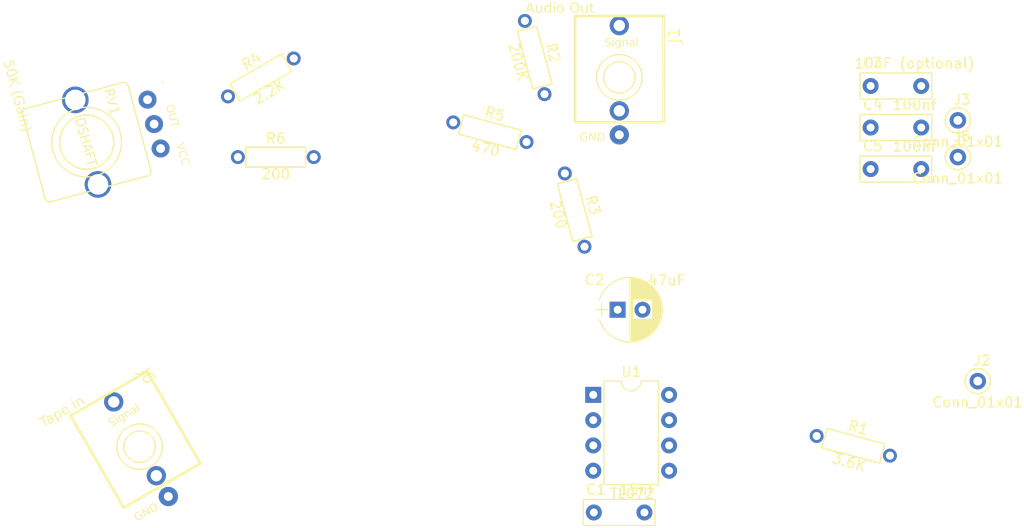
<source format=kicad_pcb>
(kicad_pcb (version 20240108) (generator "pcbnew") (generator_version "8.0")
  (layers (0 "F.Cu" signal) (31 "B.Cu" signal) (34 "B.Paste" user) (35 "F.Paste" user) (36 "B.SilkS" user "B.Silkscreen") (37 "F.SilkS" user "F.Silkscreen") (38 "B.Mask" user) (39 "F.Mask" user) (44 "Edge.Cuts" user))
  (net 0 "")
  (net 1 "Net-(U1A--)")
  (net 2 "Net-(C1-Pad1)")
  (net 3 "GND")
  (net 4 "Net-(C2-Pad1)")
  (net 5 "Net-(U1B-+)")
  (net 6 "-12V")
  (net 7 "+12V")
  (net 8 "Net-(R4-Pad2)")
  (net 9 "Net-(R6-Pad2)")
  (net 10 "Net-(U1B--)")
  (net 11 "Net-(J1-SIG)")
  (net 12 "Net-(J6-SIG)")
  (footprint "PCM_4ms_TestPoint:TestPoint_WireHole" (layer "F.Cu") (at 192.5 63.31)
    (property "Reference" "J3" (at 0.42 -2.07 0) (layer "F.SilkS"))
    (property "Value" "Conn_01x01" (at -0.02 2.13 0) (layer "F.SilkS"))
    (fp_circle (center 0 0) (end 0 -1.27) (stroke (width 0.15)) (fill none) (layer "F.SilkS"))
    (pad "1" thru_hole circle (at 0 0) (size 1.651 1.651) (drill 0.889) (layers "*.Cu" "*.Mask") (net 7 "+12V"))
  )
  (footprint "PCM_4ms_Capacitor:CP_Radial_P2.5mm" (layer "F.Cu") (at 158.33 82.33)
    (property "Reference" "C2" (at -2.33 -3 0) (layer "F.SilkS") (effects (font (size 1.016 1.016) (thickness 0.1524))))
    (property "Value" "47uF" (at 4.92 -2.96 0) (layer "F.SilkS") (effects (font (size 1.016 1.016) (thickness 0.1524))))
    (fp_line (start -2.2 0) (end -1 0) (stroke (width 0.12)) (layer "F.SilkS"))
    (fp_line (start -1.6 -0.65) (end -1.6 0.65) (stroke (width 0.12)) (layer "F.SilkS"))
    (fp_line (start 1.25 -3.2) (end 1.25 3.2) (stroke (width 0.12)) (layer "F.SilkS"))
    (fp_line (start 1.29 -3.2) (end 1.29 3.2) (stroke (width 0.12)) (layer "F.SilkS"))
    (fp_line (start 1.33 -3.2) (end 1.33 3.2) (stroke (width 0.12)) (layer "F.SilkS"))
    (fp_line (start 1.37 -3.198) (end 1.37 3.198) (stroke (width 0.12)) (layer "F.SilkS"))
    (fp_line (start 1.41 -3.197) (end 1.41 3.197) (stroke (width 0.12)) (layer "F.SilkS"))
    (fp_line (start 1.45 -3.194) (end 1.45 3.194) (stroke (width 0.12)) (layer "F.SilkS"))
    (fp_line (start 1.49 -3.192) (end 1.49 3.192) (stroke (width 0.12)) (layer "F.SilkS"))
    (fp_line (start 1.53 -3.188) (end 1.53 -0.98) (stroke (width 0.12)) (layer "F.SilkS"))
    (fp_line (start 1.53 0.98) (end 1.53 3.188) (stroke (width 0.12)) (layer "F.SilkS"))
    (fp_line (start 1.57 -3.185) (end 1.57 -0.98) (stroke (width 0.12)) (layer "F.SilkS"))
    (fp_line (start 1.57 0.98) (end 1.57 3.185) (stroke (width 0.12)) (layer "F.SilkS"))
    (fp_line (start 1.61 -3.18) (end 1.61 -0.98) (stroke (width 0.12)) (layer "F.SilkS"))
    (fp_line (start 1.61 0.98) (end 1.61 3.18) (stroke (width 0.12)) (layer "F.SilkS"))
    (fp_line (start 1.65 -3.176) (end 1.65 -0.98) (stroke (width 0.12)) (layer "F.SilkS"))
    (fp_line (start 1.65 0.98) (end 1.65 3.176) (stroke (width 0.12)) (layer "F.SilkS"))
    (fp_line (start 1.69 -3.17) (end 1.69 -0.98) (stroke (width 0.12)) (layer "F.SilkS"))
    (fp_line (start 1.69 0.98) (end 1.69 3.17) (stroke (width 0.12)) (layer "F.SilkS"))
    (fp_line (start 1.73 -3.165) (end 1.73 -0.98) (stroke (width 0.12)) (layer "F.SilkS"))
    (fp_line (start 1.73 0.98) (end 1.73 3.165) (stroke (width 0.12)) (layer "F.SilkS"))
    (fp_line (start 1.77 -3.158) (end 1.77 -0.98) (stroke (width 0.12)) (layer "F.SilkS"))
    (fp_line (start 1.77 0.98) (end 1.77 3.158) (stroke (width 0.12)) (layer "F.SilkS"))
    (fp_line (start 1.81 -3.152) (end 1.81 -0.98) (stroke (width 0.12)) (layer "F.SilkS"))
    (fp_line (start 1.81 0.98) (end 1.81 3.152) (stroke (width 0.12)) (layer "F.SilkS"))
    (fp_line (start 1.85 -3.144) (end 1.85 -0.98) (stroke (width 0.12)) (layer "F.SilkS"))
    (fp_line (start 1.85 0.98) (end 1.85 3.144) (stroke (width 0.12)) (layer "F.SilkS"))
    (fp_line (start 1.89 -3.137) (end 1.89 -0.98) (stroke (width 0.12)) (layer "F.SilkS"))
    (fp_line (start 1.89 0.98) (end 1.89 3.137) (stroke (width 0.12)) (layer "F.SilkS"))
    (fp_line (start 1.93 -3.128) (end 1.93 -0.98) (stroke (width 0.12)) (layer "F.SilkS"))
    (fp_line (start 1.93 0.98) (end 1.93 3.128) (stroke (width 0.12)) (layer "F.SilkS"))
    (fp_line (start 1.971 -3.119) (end 1.971 -0.98) (stroke (width 0.12)) (layer "F.SilkS"))
    (fp_line (start 1.971 0.98) (end 1.971 3.119) (stroke (width 0.12)) (layer "F.SilkS"))
    (fp_line (start 2.011 -3.11) (end 2.011 -0.98) (stroke (width 0.12)) (layer "F.SilkS"))
    (fp_line (start 2.011 0.98) (end 2.011 3.11) (stroke (width 0.12)) (layer "F.SilkS"))
    (fp_line (start 2.051 -3.1) (end 2.051 -0.98) (stroke (width 0.12)) (layer "F.SilkS"))
    (fp_line (start 2.051 0.98) (end 2.051 3.1) (stroke (width 0.12)) (layer "F.SilkS"))
    (fp_line (start 2.091 -3.09) (end 2.091 -0.98) (stroke (width 0.12)) (layer "F.SilkS"))
    (fp_line (start 2.091 0.98) (end 2.091 3.09) (stroke (width 0.12)) (layer "F.SilkS"))
    (fp_line (start 2.131 -3.079) (end 2.131 -0.98) (stroke (width 0.12)) (layer "F.SilkS"))
    (fp_line (start 2.131 0.98) (end 2.131 3.079) (stroke (width 0.12)) (layer "F.SilkS"))
    (fp_line (start 2.171 -3.067) (end 2.171 -0.98) (stroke (width 0.12)) (layer "F.SilkS"))
    (fp_line (start 2.171 0.98) (end 2.171 3.067) (stroke (width 0.12)) (layer "F.SilkS"))
    (fp_line (start 2.211 -3.055) (end 2.211 -0.98) (stroke (width 0.12)) (layer "F.SilkS"))
    (fp_line (start 2.211 0.98) (end 2.211 3.055) (stroke (width 0.12)) (layer "F.SilkS"))
    (fp_line (start 2.251 -3.042) (end 2.251 -0.98) (stroke (width 0.12)) (layer "F.SilkS"))
    (fp_line (start 2.251 0.98) (end 2.251 3.042) (stroke (width 0.12)) (layer "F.SilkS"))
    (fp_line (start 2.291 -3.029) (end 2.291 -0.98) (stroke (width 0.12)) (layer "F.SilkS"))
    (fp_line (start 2.291 0.98) (end 2.291 3.029) (stroke (width 0.12)) (layer "F.SilkS"))
    (fp_line (start 2.331 -3.015) (end 2.331 -0.98) (stroke (width 0.12)) (layer "F.SilkS"))
    (fp_line (start 2.331 0.98) (end 2.331 3.015) (stroke (width 0.12)) (layer "F.SilkS"))
    (fp_line (start 2.371 -3.001) (end 2.371 -0.98) (stroke (width 0.12)) (layer "F.SilkS"))
    (fp_line (start 2.371 0.98) (end 2.371 3.001) (stroke (width 0.12)) (layer "F.SilkS"))
    (fp_line (start 2.411 -2.986) (end 2.411 -0.98) (stroke (width 0.12)) (layer "F.SilkS"))
    (fp_line (start 2.411 0.98) (end 2.411 2.986) (stroke (width 0.12)) (layer "F.SilkS"))
    (fp_line (start 2.451 -2.97) (end 2.451 -0.98) (stroke (width 0.12)) (layer "F.SilkS"))
    (fp_line (start 2.451 0.98) (end 2.451 2.97) (stroke (width 0.12)) (layer "F.SilkS"))
    (fp_line (start 2.491 -2.954) (end 2.491 -0.98) (stroke (width 0.12)) (layer "F.SilkS"))
    (fp_line (start 2.491 0.98) (end 2.491 2.954) (stroke (width 0.12)) (layer "F.SilkS"))
    (fp_line (start 2.531 -2.937) (end 2.531 -0.98) (stroke (width 0.12)) (layer "F.SilkS"))
    (fp_line (start 2.531 0.98) (end 2.531 2.937) (stroke (width 0.12)) (layer "F.SilkS"))
    (fp_line (start 2.571 -2.919) (end 2.571 -0.98) (stroke (width 0.12)) (layer "F.SilkS"))
    (fp_line (start 2.571 0.98) (end 2.571 2.919) (stroke (width 0.12)) (layer "F.SilkS"))
    (fp_line (start 2.611 -2.901) (end 2.611 -0.98) (stroke (width 0.12)) (layer "F.SilkS"))
    (fp_line (start 2.611 0.98) (end 2.611 2.901) (stroke (width 0.12)) (layer "F.SilkS"))
    (fp_line (start 2.651 -2.882) (end 2.651 -0.98) (stroke (width 0.12)) (layer "F.SilkS"))
    (fp_line (start 2.651 0.98) (end 2.651 2.882) (stroke (width 0.12)) (layer "F.SilkS"))
    (fp_line (start 2.691 -2.863) (end 2.691 -0.98) (stroke (width 0.12)) (layer "F.SilkS"))
    (fp_line (start 2.691 0.98) (end 2.691 2.863) (stroke (width 0.12)) (layer "F.SilkS"))
    (fp_line (start 2.731 -2.843) (end 2.731 -0.98) (stroke (width 0.12)) (layer "F.SilkS"))
    (fp_line (start 2.731 0.98) (end 2.731 2.843) (stroke (width 0.12)) (layer "F.SilkS"))
    (fp_line (start 2.771 -2.822) (end 2.771 -0.98) (stroke (width 0.12)) (layer "F.SilkS"))
    (fp_line (start 2.771 0.98) (end 2.771 2.822) (stroke (width 0.12)) (layer "F.SilkS"))
    (fp_line (start 2.811 -2.8) (end 2.811 -0.98) (stroke (width 0.12)) (layer "F.SilkS"))
    (fp_line (start 2.811 0.98) (end 2.811 2.8) (stroke (width 0.12)) (layer "F.SilkS"))
    (fp_line (start 2.851 -2.778) (end 2.851 -0.98) (stroke (width 0.12)) (layer "F.SilkS"))
    (fp_line (start 2.851 0.98) (end 2.851 2.778) (stroke (width 0.12)) (layer "F.SilkS"))
    (fp_line (start 2.891 -2.755) (end 2.891 -0.98) (stroke (width 0.12)) (layer "F.SilkS"))
    (fp_line (start 2.891 0.98) (end 2.891 2.755) (stroke (width 0.12)) (layer "F.SilkS"))
    (fp_line (start 2.931 -2.731) (end 2.931 -0.98) (stroke (width 0.12)) (layer "F.SilkS"))
    (fp_line (start 2.931 0.98) (end 2.931 2.731) (stroke (width 0.12)) (layer "F.SilkS"))
    (fp_line (start 2.971 -2.706) (end 2.971 -0.98) (stroke (width 0.12)) (layer "F.SilkS"))
    (fp_line (start 2.971 0.98) (end 2.971 2.706) (stroke (width 0.12)) (layer "F.SilkS"))
    (fp_line (start 3.011 -2.681) (end 3.011 -0.98) (stroke (width 0.12)) (layer "F.SilkS"))
    (fp_line (start 3.011 0.98) (end 3.011 2.681) (stroke (width 0.12)) (layer "F.SilkS"))
    (fp_line (start 3.051 -2.654) (end 3.051 -0.98) (stroke (width 0.12)) (layer "F.SilkS"))
    (fp_line (start 3.051 0.98) (end 3.051 2.654) (stroke (width 0.12)) (layer "F.SilkS"))
    (fp_line (start 3.091 -2.627) (end 3.091 -0.98) (stroke (width 0.12)) (layer "F.SilkS"))
    (fp_line (start 3.091 0.98) (end 3.091 2.627) (stroke (width 0.12)) (layer "F.SilkS"))
    (fp_line (start 3.131 -2.599) (end 3.131 -0.98) (stroke (width 0.12)) (layer "F.SilkS"))
    (fp_line (start 3.131 0.98) (end 3.131 2.599) (stroke (width 0.12)) (layer "F.SilkS"))
    (fp_line (start 3.171 -2.57) (end 3.171 -0.98) (stroke (width 0.12)) (layer "F.SilkS"))
    (fp_line (start 3.171 0.98) (end 3.171 2.57) (stroke (width 0.12)) (layer "F.SilkS"))
    (fp_line (start 3.211 -2.54) (end 3.211 -0.98) (stroke (width 0.12)) (layer "F.SilkS"))
    (fp_line (start 3.211 0.98) (end 3.211 2.54) (stroke (width 0.12)) (layer "F.SilkS"))
    (fp_line (start 3.251 -2.51) (end 3.251 -0.98) (stroke (width 0.12)) (layer "F.SilkS"))
    (fp_line (start 3.251 0.98) (end 3.251 2.51) (stroke (width 0.12)) (layer "F.SilkS"))
    (fp_line (start 3.291 -2.478) (end 3.291 -0.98) (stroke (width 0.12)) (layer "F.SilkS"))
    (fp_line (start 3.291 0.98) (end 3.291 2.478) (stroke (width 0.12)) (layer "F.SilkS"))
    (fp_line (start 3.331 -2.445) (end 3.331 -0.98) (stroke (width 0.12)) (layer "F.SilkS"))
    (fp_line (start 3.331 0.98) (end 3.331 2.445) (stroke (width 0.12)) (layer "F.SilkS"))
    (fp_line (start 3.371 -2.411) (end 3.371 -0.98) (stroke (width 0.12)) (layer "F.SilkS"))
    (fp_line (start 3.371 0.98) (end 3.371 2.411) (stroke (width 0.12)) (layer "F.SilkS"))
    (fp_line (start 3.411 -2.375) (end 3.411 -0.98) (stroke (width 0.12)) (layer "F.SilkS"))
    (fp_line (start 3.411 0.98) (end 3.411 2.375) (stroke (width 0.12)) (layer "F.SilkS"))
    (fp_line (start 3.451 -2.339) (end 3.451 -0.98) (stroke (width 0.12)) (layer "F.SilkS"))
    (fp_line (start 3.451 0.98) (end 3.451 2.339) (stroke (width 0.12)) (layer "F.SilkS"))
    (fp_line (start 3.491 -2.301) (end 3.491 2.301) (stroke (width 0.12)) (layer "F.SilkS"))
    (fp_line (start 3.531 -2.262) (end 3.531 2.262) (stroke (width 0.12)) (layer "F.SilkS"))
    (fp_line (start 3.571 -2.222) (end 3.571 2.222) (stroke (width 0.12)) (layer "F.SilkS"))
    (fp_line (start 3.611 -2.18) (end 3.611 2.18) (stroke (width 0.12)) (layer "F.SilkS"))
    (fp_line (start 3.651 -2.137) (end 3.651 2.137) (stroke (width 0.12)) (layer "F.SilkS"))
    (fp_line (start 3.691 -2.092) (end 3.691 2.092) (stroke (width 0.12)) (layer "F.SilkS"))
    (fp_line (start 3.731 -2.045) (end 3.731 2.045) (stroke (width 0.12)) (layer "F.SilkS"))
    (fp_line (start 3.771 -1.997) (end 3.771 1.997) (stroke (width 0.12)) (layer "F.SilkS"))
    (fp_line (start 3.811 -1.946) (end 3.811 1.946) (stroke (width 0.12)) (layer "F.SilkS"))
    (fp_line (start 3.851 -1.894) (end 3.851 1.894) (stroke (width 0.12)) (layer "F.SilkS"))
    (fp_line (start 3.891 -1.839) (end 3.891 1.839) (stroke (width 0.12)) (layer "F.SilkS"))
    (fp_line (start 3.931 -1.781) (end 3.931 1.781) (stroke (width 0.12)) (layer "F.SilkS"))
    (fp_line (start 3.971 -1.721) (end 3.971 1.721) (stroke (width 0.12)) (layer "F.SilkS"))
    (fp_line (start 4.011 -1.658) (end 4.011 1.658) (stroke (width 0.12)) (layer "F.SilkS"))
    (fp_line (start 4.051 -1.591) (end 4.051 1.591) (stroke (width 0.12)) (layer "F.SilkS"))
    (fp_line (start 4.091 -1.52) (end 4.091 1.52) (stroke (width 0.12)) (layer "F.SilkS"))
    (fp_line (start 4.131 -1.445) (end 4.131 1.445) (stroke (width 0.12)) (layer "F.SilkS"))
    (fp_line (start 4.171 -1.364) (end 4.171 1.364) (stroke (width 0.12)) (layer "F.SilkS"))
    (fp_line (start 4.211 -1.278) (end 4.211 1.278) (stroke (width 0.12)) (layer "F.SilkS"))
    (fp_line (start 4.251 -1.184) (end 4.251 1.184) (stroke (width 0.12)) (layer "F.SilkS"))
    (fp_line (start 4.291 -1.081) (end 4.291 1.081) (stroke (width 0.12)) (layer "F.SilkS"))
    (fp_line (start 4.331 -0.966) (end 4.331 0.966) (stroke (width 0.12)) (layer "F.SilkS"))
    (fp_line (start 4.371 -0.834) (end 4.371 0.834) (stroke (width 0.12)) (layer "F.SilkS"))
    (fp_line (start 4.411 -0.676) (end 4.411 0.676) (stroke (width 0.12)) (layer "F.SilkS"))
    (fp_line (start 4.451 -0.468) (end 4.451 0.468) (stroke (width 0.12)) (layer "F.SilkS"))
    (fp_arc (start -1.838236 -0.98) (mid 1.250337 -3.24) (end 4.33844 -0.979357) (stroke (width 0.12)) (layer "F.SilkS"))
    (fp_arc (start 4.338236 -0.98) (mid 4.49 -0.000337) (end 4.33844 0.979357) (stroke (width 0.12)) (layer "F.SilkS"))
    (fp_arc (start 4.33844 0.979357) (mid 1.250337 3.24) (end -1.838236 0.98) (stroke (width 0.12)) (layer "F.SilkS"))
    (pad "1" thru_hole rect (at 0 0) (size 1.6 1.6) (drill 0.8) (layers "*.Cu" "*.Mask") (net 4 "Net-(C2-Pad1)"))
    (pad "2" thru_hole circle (at 2.5 0) (size 1.6 1.6) (drill 0.8) (layers "*.Cu" "*.Mask") (net 3 "GND"))
  )
  (footprint "PCM_4ms_Capacitor:C_Disc_P5.08mm" (layer "F.Cu") (at 186.28 64.03)
    (property "Reference" "C4" (at -2.32 -2.31 0) (layer "F.SilkS") (effects (font (size 1.016 1.016) (thickness 0.1524))))
    (property "Value" "100nf" (at 1.87 -2.28 0) (layer "F.SilkS") (effects (font (size 1.016 1.016) (thickness 0.1524))))
    (fp_line (start -3.6 -1.31) (end -3.6 1.31) (stroke (width 0.12)) (layer "F.SilkS"))
    (fp_line (start -3.6 -1.31) (end 3.6 -1.31) (stroke (width 0.12)) (layer "F.SilkS"))
    (fp_line (start -3.6 1.31) (end 3.6 1.31) (stroke (width 0.12)) (layer "F.SilkS"))
    (fp_line (start -3.59 0) (end -3.6 0) (stroke (width 0.05)) (layer "F.SilkS"))
    (fp_line (start 3.6 -1.31) (end 3.6 1.31) (stroke (width 0.12)) (layer "F.SilkS"))
    (pad "1" thru_hole circle (at -2.54 0) (size 1.6 1.6) (drill 0.8) (layers "*.Cu" "*.Mask") (net 3 "GND"))
    (pad "2" thru_hole circle (at 2.54 0) (size 1.6 1.6) (drill 0.8) (layers "*.Cu" "*.Mask") (net 6 "-12V"))
  )
  (footprint "PCM_4ms_Resistor:R_Axial_DIN0207_L6.3mm_D2.5mm_P7.62mm_Horizontal" (layer "F.Cu") (at 154.0139 72.319824 105)
    (property "Reference" "R3" (at 0 1.89 105) (layer "F.SilkS") (effects (font (size 1.016 1.016) (thickness 0.1524))))
    (property "Value" "200" (at 0 -1.71 105) (layer "F.SilkS") (effects (font (size 1.016 1.016) (thickness 0.1524))))
    (fp_line (start 2.999999 -1) (end -3 -1.000001) (stroke (width 0.15)) (layer "F.SilkS"))
    (fp_line (start -3 -1.000001) (end -2.999999 1) (stroke (width 0.15)) (layer "F.SilkS"))
    (fp_line (start 3 1.000001) (end 2.999999 -1) (stroke (width 0.15)) (layer "F.SilkS"))
    (fp_line (start -2.999999 1) (end 3 1.000001) (stroke (width 0.15)) (layer "F.SilkS"))
    (pad "1" thru_hole circle (at -3.809999 0 105) (size 1.397 1.397) (drill 0.8128) (layers "*.Cu" "*.Mask") (net 4 "Net-(C2-Pad1)"))
    (pad "2" thru_hole circle (at 3.809999 0 105) (size 1.397 1.397) (drill 0.8128) (layers "*.Cu" "*.Mask") (net 1 "Net-(U1A--)"))
  )
  (footprint "PCM_4ms_Resistor:R_Axial_DIN0207_L6.3mm_D2.5mm_P7.62mm_Horizontal" (layer "F.Cu") (at 122.5 59 -150)
    (property "Reference" "R4" (at 0 1.89 30) (layer "F.SilkS") (effects (font (size 1.016 1.016) (thickness 0.1524))))
    (property "Value" "2.2K" (at 0 -1.71 30) (layer "F.SilkS") (effects (font (size 1.016 1.016) (thickness 0.1524))))
    (fp_line (start 2.999999 1.000003) (end 2.999998 -1.000001) (stroke (width 0.15)) (layer "F.SilkS"))
    (fp_line (start 2.999998 -1.000001) (end -2.999999 -1.000003) (stroke (width 0.15)) (layer "F.SilkS"))
    (fp_line (start -2.999998 1.000001) (end 2.999999 1.000003) (stroke (width 0.15)) (layer "F.SilkS"))
    (fp_line (start -2.999999 -1.000003) (end -2.999998 1.000001) (stroke (width 0.15)) (layer "F.SilkS"))
    (pad "1" thru_hole circle (at -3.809999 0 210) (size 1.397 1.397) (drill 0.8128) (layers "*.Cu" "*.Mask") (net 10 "Net-(U1B--)"))
    (pad "2" thru_hole circle (at 3.809999 0 210) (size 1.397 1.397) (drill 0.8128) (layers "*.Cu" "*.Mask") (net 8 "Net-(R4-Pad2)"))
  )
  (footprint "PCM_4ms_Capacitor:C_Disc_P5.08mm" (layer "F.Cu") (at 158.48 102.69)
    (property "Reference" "C1" (at -2.32 -2.31 0) (layer "F.SilkS") (effects (font (size 1.016 1.016) (thickness 0.1524))))
    (property "Value" "15nF" (at 1.87 -2.28 0) (layer "F.SilkS") (effects (font (size 1.016 1.016) (thickness 0.1524))))
    (fp_line (start -3.6 -1.31) (end -3.6 1.31) (stroke (width 0.12)) (layer "F.SilkS"))
    (fp_line (start -3.6 -1.31) (end 3.6 -1.31) (stroke (width 0.12)) (layer "F.SilkS"))
    (fp_line (start -3.6 1.31) (end 3.6 1.31) (stroke (width 0.12)) (layer "F.SilkS"))
    (fp_line (start -3.59 0) (end -3.6 0) (stroke (width 0.05)) (layer "F.SilkS"))
    (fp_line (start 3.6 -1.31) (end 3.6 1.31) (stroke (width 0.12)) (layer "F.SilkS"))
    (pad "1" thru_hole circle (at -2.54 0) (size 1.6 1.6) (drill 0.8) (layers "*.Cu" "*.Mask") (net 2 "Net-(C1-Pad1)"))
    (pad "2" thru_hole circle (at 2.54 0) (size 1.6 1.6) (drill 0.8) (layers "*.Cu" "*.Mask") (net 1 "Net-(U1A--)"))
  )
  (footprint "PCM_4ms_Jack:EighthInch_PJ398SM" (layer "F.Cu") (at 158.5 59 -90)
    (property "Reference" "J1" (at -5.0172 -4.866 90) (layer "F.SilkS") (effects (font (size 1.2065 1.2065) (thickness 0.1524)) (justify right top)))
    (property "Value" "Audio Out" (at -7.499998 2.5 0) (layer "F.SilkS") (effects (justify right top)))
    (fp_line (start -6.1722 4.445) (end 4.4958 4.445) (stroke (width 0.254)) (layer "F.SilkS"))
    (fp_line (start 4.4958 4.445) (end 4.4958 -4.445) (stroke (width 0.254)) (layer "F.SilkS"))
    (fp_line (start -6.1722 -4.445) (end -6.1722 4.445) (stroke (width 0.254)) (layer "F.SilkS"))
    (fp_line (start 4.4958 -4.445) (end -6.1722 -4.445) (stroke (width 0.254)) (layer "F.SilkS"))
    (fp_circle (center -0.0127 0) (end 1.5621 0) (stroke (width 0.127)) (fill none) (layer "F.SilkS"))
    (fp_circle (center -0.0127 0) (end 2.273299 0) (stroke (width 0.127)) (fill none) (layer "F.SilkS"))
    (fp_text user "Signal" (at -2.999999 1.500001 0) (layer "F.SilkS") (effects (font (size 0.8 0.8) (thickness 0.1)) (justify left bottom)))
    (fp_text user "GND" (at 6.500001 4.000001 0) (layer "F.SilkS") (effects (font (size 0.8 0.8) (thickness 0.1)) (justify left bottom)))
    (pad "1" thru_hole circle (at -5.207 0 270) (size 1.9304 1.9304) (drill 1.143) (layers "*.Cu" "*.Mask") (net 11 "Net-(J1-SIG)"))
    (pad "2" thru_hole circle (at 5.7658 0 270) (size 1.9304 1.9304) (drill 0.889) (layers "*.Cu" "*.Mask") (net 3 "GND"))
    (pad "3" thru_hole circle (at 3.352799 -0.000002 270) (size 1.9304 1.9304) (drill 1.143) (layers "*.Cu" "*.Mask"))
  )
  (footprint "PCM_4ms_Resistor:R_Axial_DIN0207_L6.3mm_D2.5mm_P7.62mm_Horizontal" (layer "F.Cu") (at 124 67 180)
    (property "Reference" "R6" (at 0 1.89 360) (layer "F.SilkS") (effects (font (size 1.016 1.016) (thickness 0.1524))))
    (property "Value" "200" (at 0 -1.71 360) (layer "F.SilkS") (effects (font (size 1.016 1.016) (thickness 0.1524))))
    (fp_line (start 3 1.000002) (end 2.999998 -1.000001) (stroke (width 0.15)) (layer "F.SilkS"))
    (fp_line (start 2.999998 -1.000001) (end -3 -1.000002) (stroke (width 0.15)) (layer "F.SilkS"))
    (fp_line (start -2.999998 1.000001) (end 3 1.000002) (stroke (width 0.15)) (layer "F.SilkS"))
    (fp_line (start -3 -1.000002) (end -2.999998 1.000001) (stroke (width 0.15)) (layer "F.SilkS"))
    (pad "1" thru_hole circle (at -3.809999 0 180) (size 1.397 1.397) (drill 0.8128) (layers "*.Cu" "*.Mask") (net 11 "Net-(J1-SIG)"))
    (pad "2" thru_hole circle (at 3.809999 0 180) (size 1.397 1.397) (drill 0.8128) (layers "*.Cu" "*.Mask") (net 9 "Net-(R6-Pad2)"))
  )
  (footprint "PCM_4ms_Capacitor:C_Disc_P5.08mm" (layer "F.Cu") (at 186.28 68.2)
    (property "Reference" "C5" (at -2.32 -2.31 0) (layer "F.SilkS") (effects (font (size 1.016 1.016) (thickness 0.1524))))
    (property "Value" "100nf" (at 1.87 -2.28 0) (layer "F.SilkS") (effects (font (size 1.016 1.016) (thickness 0.1524))))
    (fp_line (start -3.6 -1.31) (end -3.6 1.31) (stroke (width 0.12)) (layer "F.SilkS"))
    (fp_line (start -3.6 -1.31) (end 3.6 -1.31) (stroke (width 0.12)) (layer "F.SilkS"))
    (fp_line (start -3.6 1.31) (end 3.6 1.31) (stroke (width 0.12)) (layer "F.SilkS"))
    (fp_line (start -3.59 0) (end -3.6 0) (stroke (width 0.05)) (layer "F.SilkS"))
    (fp_line (start 3.6 -1.31) (end 3.6 1.31) (stroke (width 0.12)) (layer "F.SilkS"))
    (pad "1" thru_hole circle (at -2.54 0) (size 1.6 1.6) (drill 0.8) (layers "*.Cu" "*.Mask") (net 7 "+12V"))
    (pad "2" thru_hole circle (at 2.54 0) (size 1.6 1.6) (drill 0.8) (layers "*.Cu" "*.Mask") (net 3 "GND"))
  )
  (footprint "PCM_4ms_Resistor:R_Axial_DIN0207_L6.3mm_D2.5mm_P7.62mm_Horizontal" (layer "F.Cu") (at 150 57 105)
    (property "Reference" "R2" (at 0 1.89 105) (layer "F.SilkS") (effects (font (size 1.016 1.016) (thickness 0.1524))))
    (property "Value" "200K" (at 0 -1.71 105) (layer "F.SilkS") (effects (font (size 1.016 1.016) (thickness 0.1524))))
    (fp_line (start 2.999999 -1) (end -3 -1.000001) (stroke (width 0.15)) (layer "F.SilkS"))
    (fp_line (start -3 -1.000001) (end -2.999999 1) (stroke (width 0.15)) (layer "F.SilkS"))
    (fp_line (start 3 1.000001) (end 2.999999 -1) (stroke (width 0.15)) (layer "F.SilkS"))
    (fp_line (start -2.999999 1) (end 3 1.000001) (stroke (width 0.15)) (layer "F.SilkS"))
    (pad "1" thru_hole circle (at -3.809999 0 105) (size 1.397 1.397) (drill 0.8128) (layers "*.Cu" "*.Mask") (net 1 "Net-(U1A--)"))
    (pad "2" thru_hole circle (at 3.809999 0 105) (size 1.397 1.397) (drill 0.8128) (layers "*.Cu" "*.Mask") (net 5 "Net-(U1B-+)"))
  )
  (footprint "PCM_4ms_TestPoint:TestPoint_WireHole" (layer "F.Cu") (at 194.5 89.5)
    (property "Reference" "J2" (at 0.42 -2.07 0) (layer "F.SilkS"))
    (property "Value" "Conn_01x01" (at -0.02 2.13 0) (layer "F.SilkS"))
    (fp_circle (center 0 0) (end 0 -1.27) (stroke (width 0.15)) (fill none) (layer "F.SilkS"))
    (pad "1" thru_hole circle (at 0 0) (size 1.651 1.651) (drill 0.889) (layers "*.Cu" "*.Mask") (net 3 "GND"))
  )
  (footprint "PCM_4ms_TestPoint:TestPoint_WireHole" (layer "F.Cu") (at 192.5 67)
    (property "Reference" "J5" (at 0.42 -2.07 0) (layer "F.SilkS"))
    (property "Value" "Conn_01x01" (at -0.02 2.13 0) (layer "F.SilkS"))
    (fp_circle (center 0 0) (end 0 -1.27) (stroke (width 0.15)) (fill none) (layer "F.SilkS"))
    (pad "1" thru_hole circle (at 0 0) (size 1.651 1.651) (drill 0.889) (layers "*.Cu" "*.Mask") (net 6 "-12V"))
  )
  (footprint "PCM_4ms_Jack:EighthInch_PJ398SM" (layer "F.Cu") (at 110.3236 96.096389 -60)
    (property "Reference" "J6" (at -5.017201 -4.866 120) (layer "F.SilkS") (effects (font (size 1.2065 1.2065) (thickness 0.1524)) (justify right top)))
    (property "Value" "Tape in" (at -7.499999 2.499998 30) (layer "F.SilkS") (effects (justify right top)))
    (fp_line (start -6.1722 4.445) (end 4.4958 4.445) (stroke (width 0.254)) (layer "F.SilkS"))
    (fp_line (start 4.4958 4.445) (end 4.4958 -4.445) (stroke (width 0.254)) (layer "F.SilkS"))
    (fp_line (start -6.1722 -4.445) (end -6.1722 4.445) (stroke (width 0.254)) (layer "F.SilkS"))
    (fp_line (start 4.4958 -4.445) (end -6.1722 -4.445) (stroke (width 0.254)) (layer "F.SilkS"))
    (fp_circle (center -0.0127 0) (end 1.562101 0) (stroke (width 0.127)) (fill none) (layer "F.SilkS"))
    (fp_circle (center -0.0127 0) (end 2.273299 0.000002) (stroke (width 0.127)) (fill none) (layer "F.SilkS"))
    (fp_text user "Signal" (at -2.999999 1.499998 30) (layer "F.SilkS") (effects (font (size 0.8 0.8) (thickness 0.1)) (justify left bottom)))
    (fp_text user "GND" (at 6.499997 4.000001 30) (layer "F.SilkS") (effects (font (size 0.8 0.8) (thickness 0.1)) (justify left bottom)))
    (pad "1" thru_hole circle (at -5.207 0 300) (size 1.9304 1.9304) (drill 1.143) (layers "*.Cu" "*.Mask") (net 12 "Net-(J6-SIG)"))
    (pad "2" thru_hole circle (at 5.7658 0 300) (size 1.9304 1.9304) (drill 0.889) (layers "*.Cu" "*.Mask") (net 3 "GND"))
    (pad "3" thru_hole circle (at 3.352801 0.000001 300) (size 1.9304 1.9304) (drill 1.143) (layers "*.Cu" "*.Mask"))
  )
  (footprint "PCM_4ms_Resistor:R_Axial_DIN0207_L6.3mm_D2.5mm_P7.62mm_Horizontal" (layer "F.Cu") (at 182 96 165)
    (property "Reference" "R1" (at 0 1.89 165) (layer "F.SilkS") (effects (font (size 1.016 1.016) (thickness 0.1524))))
    (property "Value" "3.6K" (at 0 -1.71 165) (layer "F.SilkS") (effects (font (size 1.016 1.016) (thickness 0.1524))))
    (fp_line (start 2.999998 -1.000001) (end -3 -1.000002) (stroke (width 0.15)) (layer "F.SilkS"))
    (fp_line (start 3 1.000002) (end 2.999998 -1.000001) (stroke (width 0.15)) (layer "F.SilkS"))
    (fp_line (start -3 -1.000002) (end -2.999998 1.000001) (stroke (width 0.15)) (layer "F.SilkS"))
    (fp_line (start -2.999998 1.000001) (end 3 1.000002) (stroke (width 0.15)) (layer "F.SilkS"))
    (pad "1" thru_hole circle (at -3.809999 0 165) (size 1.397 1.397) (drill 0.8128) (layers "*.Cu" "*.Mask") (net 2 "Net-(C1-Pad1)"))
    (pad "2" thru_hole circle (at 3.809999 0 165) (size 1.397 1.397) (drill 0.8128) (layers "*.Cu" "*.Mask") (net 5 "Net-(U1B-+)"))
  )
  (footprint "PCM_4ms_Resistor:R_Axial_DIN0207_L6.3mm_D2.5mm_P7.62mm_Horizontal" (layer "F.Cu") (at 145.5 64.5 165)
    (property "Reference" "R5" (at 0 1.89 165) (layer "F.SilkS") (effects (font (size 1.016 1.016) (thickness 0.1524))))
    (property "Value" "470" (at 0 -1.71 165) (layer "F.SilkS") (effects (font (size 1.016 1.016) (thickness 0.1524))))
    (fp_line (start 2.999998 -1.000001) (end -3 -1.000002) (stroke (width 0.15)) (layer "F.SilkS"))
    (fp_line (start 3 1.000002) (end 2.999998 -1.000001) (stroke (width 0.15)) (layer "F.SilkS"))
    (fp_line (start -3 -1.000002) (end -2.999998 1.000001) (stroke (width 0.15)) (layer "F.SilkS"))
    (fp_line (start -2.999998 1.000001) (end 3 1.000002) (stroke (width 0.15)) (layer "F.SilkS"))
    (pad "1" thru_hole circle (at -3.809999 0 165) (size 1.397 1.397) (drill 0.8128) (layers "*.Cu" "*.Mask") (net 3 "GND"))
    (pad "2" thru_hole circle (at 3.809999 0 165) (size 1.397 1.397) (drill 0.8128) (layers "*.Cu" "*.Mask") (net 10 "Net-(U1B--)"))
  )
  (footprint "PCM_4ms_Package_DIP:DIP-8pin_TH" (layer "F.Cu") (at 155.88 90.88)
    (property "Reference" "U1" (at 3.82 -2.324 0) (layer "F.SilkS"))
    (property "Value" "TL072" (at 3.91 9.916 0) (layer "F.SilkS"))
    (fp_line (start 1.07 -1.39) (end 1.07 9.01) (stroke (width 0.12)) (layer "F.SilkS"))
    (fp_line (start 1.07 9.01) (end 6.55 9.01) (stroke (width 0.12)) (layer "F.SilkS"))
    (fp_line (start 2.81 -1.39) (end 1.07 -1.39) (stroke (width 0.12)) (layer "F.SilkS"))
    (fp_line (start 6.55 -1.39) (end 4.81 -1.39) (stroke (width 0.12)) (layer "F.SilkS"))
    (fp_line (start 6.55 9.01) (end 6.55 -1.39) (stroke (width 0.12)) (layer "F.SilkS"))
    (fp_arc (start 4.81 -1.39) (mid 3.81 -0.39) (end 2.81 -1.39) (stroke (width 0.12)) (layer "F.SilkS"))
    (pad "1" thru_hole rect (at 0 0) (size 1.6 1.6) (drill 0.8) (layers "*.Cu" "*.Mask") (net 5 "Net-(U1B-+)"))
    (pad "2" thru_hole oval (at 0 2.54) (size 1.6 1.6) (drill 0.8) (layers "*.Cu" "*.Mask") (net 1 "Net-(U1A--)"))
    (pad "3" thru_hole oval (at 0 5.08) (size 1.6 1.6) (drill 0.8) (layers "*.Cu" "*.Mask") (net 12 "Net-(J6-SIG)"))
    (pad "4" thru_hole oval (at 0 7.62) (size 1.6 1.6) (drill 0.8) (layers "*.Cu" "*.Mask") (net 6 "-12V"))
    (pad "5" thru_hole oval (at 7.62 7.62) (size 1.6 1.6) (drill 0.8) (layers "*.Cu" "*.Mask") (net 5 "Net-(U1B-+)"))
    (pad "6" thru_hole oval (at 7.62 5.08) (size 1.6 1.6) (drill 0.8) (layers "*.Cu" "*.Mask") (net 10 "Net-(U1B--)"))
    (pad "7" thru_hole oval (at 7.62 2.54) (size 1.6 1.6) (drill 0.8) (layers "*.Cu" "*.Mask") (net 9 "Net-(R6-Pad2)"))
    (pad "8" thru_hole oval (at 7.62 0) (size 1.6 1.6) (drill 0.8) (layers "*.Cu" "*.Mask") (net 7 "+12V"))
  )
  (footprint "PCM_4ms_Potentiometer:Pot_9mm_DShaft" (layer "F.Cu") (at 105 65.5 -75)
    (property "Reference" "RV1" (at -1.905001 -4.0132 105) (layer "F.SilkS") (effects (justify right top)))
    (property "Value" "50K (Gain)" (at -2.559999 4.969997 105) (layer "F.SilkS") (effects (justify right top)))
    (fp_line (start -4.41 5.499997) (end 4.409999 5.500002) (stroke (width 0.127)) (layer "F.SilkS"))
    (fp_line (start 4.850001 5.059999) (end 4.85 -5.060001) (stroke (width 0.127)) (layer "F.SilkS"))
    (fp_line (start -4.850001 -5.059999) (end -4.85 5.060001) (stroke (width 0.127)) (layer "F.SilkS"))
    (fp_line (start 4.41 -5.499997) (end -4.409999 -5.500002) (stroke (width 0.127)) (layer "F.SilkS"))
    (fp_arc (start -4.400016 5.499888) (mid -4.717579 5.374639) (end -4.85 5.060001) (stroke (width 0.127)) (layer "F.SilkS"))
    (fp_arc (start 4.849885 5.05002) (mid 4.724633 5.367576) (end 4.409999 5.500002) (stroke (width 0.127)) (layer "F.SilkS"))
    (fp_arc (start 1.651 -2.159) (mid -1.651 2.159) (end 1.651 -2.159) (stroke (width 0.15)) (layer "F.SilkS"))
    (fp_arc (start -4.849885 -5.05002) (mid -4.724635 -5.367578) (end -4.409999 -5.500002) (stroke (width 0.127)) (layer "F.SilkS"))
    (fp_arc (start 4.400016 -5.499888) (mid 4.717577 -5.374638) (end 4.85 -5.060001) (stroke (width 0.127)) (layer "F.SilkS"))
    (fp_circle (center -0.00016 -0.001841) (end -3.500162 -0.00184) (stroke (width 0.127)) (fill none) (layer "F.SilkS"))
    (fp_text user "DSHAFT" (at -0.04 0.12 105) (layer "F.SilkS") (effects (font (size 1 0.9))))
    (fp_text user "OUT" (at -1.5 -8.5 -75) (layer "F.SilkS") (effects (font (size 0.8 0.8) (thickness 0.1)) (justify left bottom)))
    (fp_text user "-" (at -3.999997 -8.499998 -75) (layer "F.SilkS") (effects (font (size 0.8 0.8) (thickness 0.1)) (justify left bottom)))
    (fp_text user "VCC" (at 2.499999 -8.499999 -75) (layer "F.SilkS") (effects (font (size 0.8 0.8) (thickness 0.1)) (justify left bottom)))
    (pad "1" thru_hole circle (at 2.539837 -7.012243 195) (size 1.8034 1.8034) (drill 0.889) (layers "*.Cu" "*.Mask") (net 9 "Net-(R6-Pad2)"))
    (pad "2" thru_hole circle (at -0.00016 -7.012242 195) (size 1.8034 1.8034) (drill 0.889) (layers "*.Cu" "*.Mask") (net 9 "Net-(R6-Pad2)"))
    (pad "3" thru_hole circle (at -2.540163 -7.012243 195) (size 1.8034 1.8034) (drill 0.889) (layers "*.Cu" "*.Mask") (net 8 "Net-(R4-Pad2)"))
    (pad "4" thru_hole circle (at 4.394038 -0.001844 285) (size 2.667 2.667) (drill 2.0574) (layers "*.Cu" "*.Mask"))
    (pad "5" thru_hole circle (at -4.394361 -0.001839 285) (size 2.667 2.667) (drill 2.0574) (layers "*.Cu" "*.Mask"))
  )
  (footprint "PCM_4ms_Capacitor:C_Disc_P5.08mm" (layer "F.Cu") (at 186.28 59.86)
    (property "Reference" "C3" (at -2.32 -2.31 0) (layer "F.SilkS") (effects (font (size 1.016 1.016) (thickness 0.1524))))
    (property "Value" "10nF (optional)" (at 1.87 -2.28 0) (layer "F.SilkS") (effects (font (size 1.016 1.016) (thickness 0.1524))))
    (fp_line (start -3.6 -1.31) (end -3.6 1.31) (stroke (width 0.12)) (layer "F.SilkS"))
    (fp_line (start -3.6 -1.31) (end 3.6 -1.31) (stroke (width 0.12)) (layer "F.SilkS"))
    (fp_line (start -3.6 1.31) (end 3.6 1.31) (stroke (width 0.12)) (layer "F.SilkS"))
    (fp_line (start -3.59 0) (end -3.6 0) (stroke (width 0.05)) (layer "F.SilkS"))
    (fp_line (start 3.6 -1.31) (end 3.6 1.31) (stroke (width 0.12)) (layer "F.SilkS"))
    (pad "1" thru_hole circle (at -2.54 0) (size 1.6 1.6) (drill 0.8) (layers "*.Cu" "*.Mask") (net 5 "Net-(U1B-+)"))
    (pad "2" thru_hole circle (at 2.54 0) (size 1.6 1.6) (drill 0.8) (layers "*.Cu" "*.Mask") (net 1 "Net-(U1A--)"))
  )
)
</source>
